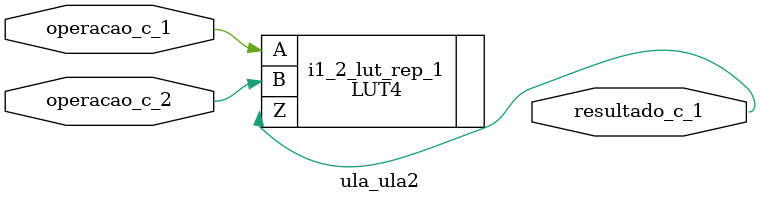
<source format=v>

module datapath (dados, addr, sel21, sel12, clk, escrita, reset, 
            Cin, operacao, resultado, Cout) /* synthesis syn_module_defined=1 */ ;   // d:/rtl_fpga/verilog/aula26_datapath/top_model.v(1[8:16])
    input [3:0]dados;   // d:/rtl_fpga/verilog/aula26_datapath/top_model.v(2[12:17])
    input [1:0]addr;   // d:/rtl_fpga/verilog/aula26_datapath/top_model.v(3[12:16])
    input sel21;   // d:/rtl_fpga/verilog/aula26_datapath/top_model.v(4[7:12])
    input sel12;   // d:/rtl_fpga/verilog/aula26_datapath/top_model.v(5[7:12])
    input clk;   // d:/rtl_fpga/verilog/aula26_datapath/top_model.v(6[7:10])
    input escrita;   // d:/rtl_fpga/verilog/aula26_datapath/top_model.v(7[7:14])
    input reset;   // d:/rtl_fpga/verilog/aula26_datapath/top_model.v(8[7:12])
    input Cin;   // d:/rtl_fpga/verilog/aula26_datapath/top_model.v(9[7:10])
    input [2:0]operacao;   // d:/rtl_fpga/verilog/aula26_datapath/top_model.v(10[12:20])
    output [3:0]resultado;   // d:/rtl_fpga/verilog/aula26_datapath/top_model.v(11[14:23])
    output Cout;   // d:/rtl_fpga/verilog/aula26_datapath/top_model.v(12[8:12])
    
    wire clk_c /* synthesis is_clock=1 */ ;   // d:/rtl_fpga/verilog/aula26_datapath/top_model.v(6[7:10])
    
    wire addr_c_1, addr_c_0, sel12_c, escrita_c, reset_c, Cin_c, 
        operacao_c_2, operacao_c_1, operacao_c_0, resultado_c_1, GND_net, 
        VCC_net;
    
    VHI i210 (.Z(VCC_net));
    IB escrita_pad (.I(escrita), .O(escrita_c));   // d:/rtl_fpga/verilog/aula26_datapath/top_model.v(7[7:14])
    IB operacao_pad_2 (.I(operacao[2]), .O(operacao_c_2));   // d:/rtl_fpga/verilog/aula26_datapath/top_model.v(10[12:20])
    IB clk_pad (.I(clk), .O(clk_c));   // d:/rtl_fpga/verilog/aula26_datapath/top_model.v(6[7:10])
    IB sel12_pad (.I(sel12), .O(sel12_c));   // d:/rtl_fpga/verilog/aula26_datapath/top_model.v(5[7:12])
    IB Cin_pad (.I(Cin), .O(Cin_c));   // d:/rtl_fpga/verilog/aula26_datapath/top_model.v(9[7:10])
    IB reset_pad (.I(reset), .O(reset_c));   // d:/rtl_fpga/verilog/aula26_datapath/top_model.v(8[7:12])
    IB addr_pad_0 (.I(addr[0]), .O(addr_c_0));   // d:/rtl_fpga/verilog/aula26_datapath/top_model.v(3[12:16])
    OB resultado_pad_3 (.I(resultado_c_1), .O(resultado[3]));   // d:/rtl_fpga/verilog/aula26_datapath/top_model.v(11[14:23])
    VLO i1 (.Z(GND_net));
    IB addr_pad_1 (.I(addr[1]), .O(addr_c_1));   // d:/rtl_fpga/verilog/aula26_datapath/top_model.v(3[12:16])
    OB Cout_pad (.I(GND_net), .O(Cout));   // d:/rtl_fpga/verilog/aula26_datapath/top_model.v(12[8:12])
    OB resultado_pad_0 (.I(resultado_c_1), .O(resultado[0]));   // d:/rtl_fpga/verilog/aula26_datapath/top_model.v(11[14:23])
    OB resultado_pad_1 (.I(resultado_c_1), .O(resultado[1]));   // d:/rtl_fpga/verilog/aula26_datapath/top_model.v(11[14:23])
    OB resultado_pad_2 (.I(resultado_c_1), .O(resultado[2]));   // d:/rtl_fpga/verilog/aula26_datapath/top_model.v(11[14:23])
    IB operacao_pad_0 (.I(operacao[0]), .O(operacao_c_0));   // d:/rtl_fpga/verilog/aula26_datapath/top_model.v(10[12:20])
    IB operacao_pad_1 (.I(operacao[1]), .O(operacao_c_1));   // d:/rtl_fpga/verilog/aula26_datapath/top_model.v(10[12:20])
    GSR GSR_INST (.GSR(VCC_net));
    PUR PUR_INST (.PUR(VCC_net));
    defparam PUR_INST.RST_PULSE = 1;
    ula_ula2 ula (.operacao_c_1(operacao_c_1), .operacao_c_2(operacao_c_2), 
            .resultado_c_1(resultado_c_1)) /* synthesis syn_module_defined=1 */ ;   // d:/rtl_fpga/verilog/aula26_datapath/top_model.v(29[10:105])
    
endmodule
//
// Verilog Description of module PUR
// module not written out since it is a black-box. 
//

//
// Verilog Description of module ula_ula2
//

module ula_ula2 (operacao_c_1, operacao_c_2, resultado_c_1) /* synthesis syn_module_defined=1 */ ;
    input operacao_c_1;
    input operacao_c_2;
    output resultado_c_1;
    
    
    LUT4 i1_2_lut_rep_1 (.A(operacao_c_1), .B(operacao_c_2), .Z(resultado_c_1)) /* synthesis lut_function=(!((B)+!A)) */ ;
    defparam i1_2_lut_rep_1.init = 16'h2222;
    
endmodule

</source>
